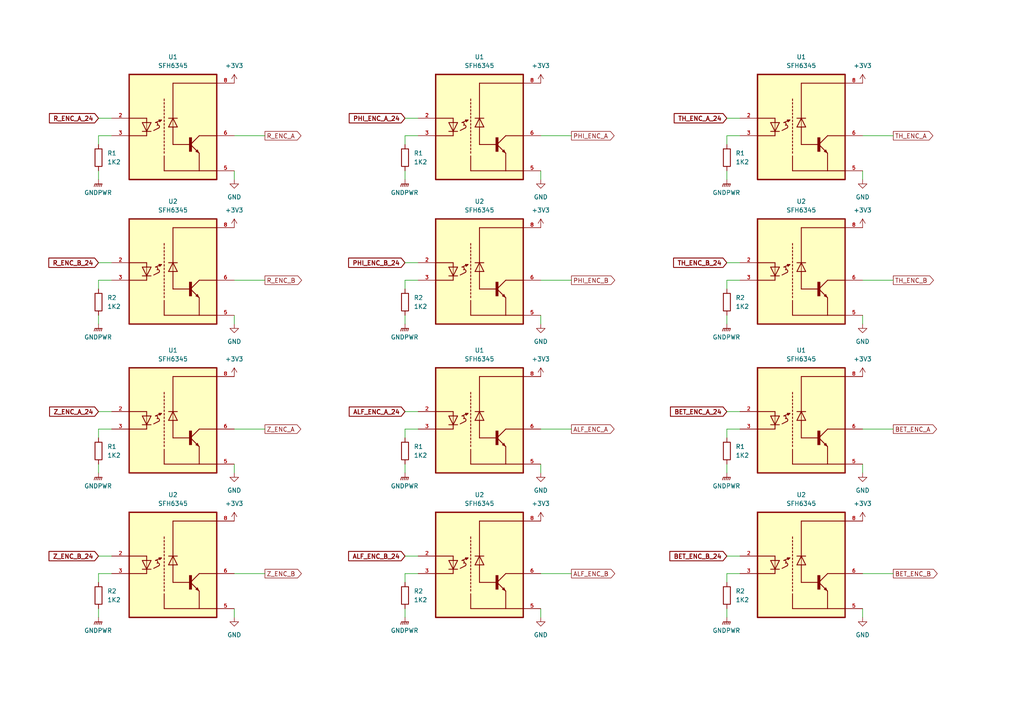
<source format=kicad_sch>
(kicad_sch (version 20230121) (generator eeschema)
  (paper "A4")
  (title_block (title "Karcsi (INDACT Robot Arm) - Encoder optocouplers") (date "2023-10-07") (rev "1.1") (company "LEGO Kör (legokor.hu)") (comment 1 "Design by Andi Serban & Máté Kovács"))
  (lib_symbols
    (symbol "Device:R" (pin_numbers hide) (pin_names (offset 0))
      (property "Reference" "R" (at 2.032 0 90))
      (property "Value" "R" (at 0 0 90))
      (symbol "R_0_1"
        (rectangle (start -1.016 -2.54) (end 1.016 2.54) (stroke (width 0.254)))
      )
      (symbol "R_1_1"
        (pin passive line (at 0 3.81 270) (length 1.27) (name "~") (number "1"))
        (pin passive line (at 0 -3.81 90) (length 1.27) (name "~") (number "2"))
      )
    )
    (symbol "SFH6345:SFH6345" (pin_names (offset 1.016))
      (property "Reference" "U" (at -5.0864 15.7678 0))
      (property "Value" "SFH6345" (at -5.0899 -17.8145 0))
      (symbol "SFH6345_0_0"
        (rectangle (start -12.7 -15.24) (end 12.7 15.24) (stroke (width 0.4064)) (fill (type background)))
        (arc (start -4.572 0.508) (mid -4.4896 1.1133) (end -5.08 1.27) (stroke (width 0.254)))
        (arc (start -4.064 -0.254) (mid -3.9816 0.3513) (end -4.572 0.508) (stroke (width 0.254)))
        (arc (start -3.81 1.778) (mid -4.4239 1.563) (end -5.08 1.27) (stroke (width 0.254)))
        (polyline (pts (xy -7.62 -2.54) (xy -12.7 -2.54)) (stroke (width 0.254)))
        (polyline (pts (xy -7.62 -1.27) (xy -8.89 -1.27)) (stroke (width 0.254)))
        (polyline (pts (xy -7.62 -1.27) (xy -8.89 1.27)) (stroke (width 0.254)))
        (polyline (pts (xy -7.62 -1.27) (xy -7.62 -2.54)) (stroke (width 0.254)))
        (polyline (pts (xy -7.62 1.27) (xy -8.89 1.27)) (stroke (width 0.254)))
        (polyline (pts (xy -7.62 1.27) (xy -7.62 -1.27)) (stroke (width 0.1524)))
        (polyline (pts (xy -7.62 1.27) (xy -7.62 2.54)) (stroke (width 0.254)))
        (polyline (pts (xy -7.62 2.54) (xy -12.7 2.54)) (stroke (width 0.254)))
        (polyline (pts (xy -6.35 -1.27) (xy -7.62 -1.27)) (stroke (width 0.254)))
        (polyline (pts (xy -6.35 1.27) (xy -7.62 -1.27)) (stroke (width 0.254)))
        (polyline (pts (xy -6.35 1.27) (xy -7.62 1.27)) (stroke (width 0.254)))
        (polyline (pts (xy -5.588 -1.016) (xy -4.064 -0.254)) (stroke (width 0.254)))
        (polyline (pts (xy -4.064 2.032) (xy -3.81 1.524)) (stroke (width 0.254)))
        (polyline (pts (xy -3.81 1.524) (xy -3.556 1.778)) (stroke (width 0.254)))
        (polyline (pts (xy -3.81 1.778) (xy -3.556 1.778)) (stroke (width 0.254)))
        (polyline (pts (xy -3.556 1.778) (xy -3.302 2.032)) (stroke (width 0.254)))
        (polyline (pts (xy -3.302 2.032) (xy -4.064 2.032)) (stroke (width 0.254)))
        (polyline (pts (xy -2.54 -12.7) (xy -2.54 -8.382)) (stroke (width 0.254)))
        (polyline (pts (xy -2.54 -7.62) (xy -2.54 -7.112)) (stroke (width 0.254)))
        (polyline (pts (xy -2.54 -6.604) (xy -2.54 -6.096)) (stroke (width 0.254)))
        (polyline (pts (xy -2.54 -5.588) (xy -2.54 -5.08)) (stroke (width 0.254)))
        (polyline (pts (xy -2.54 -4.572) (xy -2.54 -4.064)) (stroke (width 0.254)))
        (polyline (pts (xy -2.54 -3.556) (xy -2.54 -3.048)) (stroke (width 0.254)))
        (polyline (pts (xy -2.54 -2.54) (xy -2.54 -2.032)) (stroke (width 0.254)))
        (polyline (pts (xy -2.54 -1.524) (xy -2.54 -1.016)) (stroke (width 0.254)))
        (polyline (pts (xy -2.54 -0.508) (xy -2.54 0)) (stroke (width 0.254)))
        (polyline (pts (xy -2.54 0.508) (xy -2.54 1.016)) (stroke (width 0.254)))
        (polyline (pts (xy -2.54 1.524) (xy -2.54 2.032)) (stroke (width 0.254)))
        (polyline (pts (xy -2.54 2.54) (xy -2.54 3.048)) (stroke (width 0.254)))
        (polyline (pts (xy -2.54 3.556) (xy -2.54 4.064)) (stroke (width 0.254)))
        (polyline (pts (xy -2.54 4.572) (xy -2.54 5.08)) (stroke (width 0.254)))
        (polyline (pts (xy -2.54 5.588) (xy -2.54 6.096)) (stroke (width 0.254)))
        (polyline (pts (xy -2.54 6.604) (xy -2.54 7.112)) (stroke (width 0.254)))
        (polyline (pts (xy -2.54 7.62) (xy -2.54 8.128)) (stroke (width 0.254)))
        (polyline (pts (xy -1.27 0) (xy 0 0)) (stroke (width 0.254)))
        (polyline (pts (xy -1.27 0) (xy 0 2.54)) (stroke (width 0.254)))
        (polyline (pts (xy -1.27 2.54) (xy 0 2.54)) (stroke (width 0.254)))
        (polyline (pts (xy 0 -5.08) (xy 5.08 -5.08)) (stroke (width 0.254)))
        (polyline (pts (xy 0 0) (xy 0 -5.08)) (stroke (width 0.254)))
        (polyline (pts (xy 0 0) (xy 0 2.54)) (stroke (width 0.1524)))
        (polyline (pts (xy 0 0) (xy 1.27 0)) (stroke (width 0.254)))
        (polyline (pts (xy 0 2.54) (xy 0 12.7)) (stroke (width 0.254)))
        (polyline (pts (xy 0 2.54) (xy 1.27 0)) (stroke (width 0.254)))
        (polyline (pts (xy 0 2.54) (xy 1.27 2.54)) (stroke (width 0.254)))
        (polyline (pts (xy 0 12.7) (xy 12.7 12.7)) (stroke (width 0.254)))
        (polyline (pts (xy 5.08 -5.08) (xy 7.62 -7.62)) (stroke (width 0.254)))
        (polyline (pts (xy 7.62 -12.7) (xy -2.54 -12.7)) (stroke (width 0.254)))
        (polyline (pts (xy 7.62 -12.7) (xy 12.7 -12.7)) (stroke (width 0.254)))
        (polyline (pts (xy 7.62 -7.62) (xy 7.62 -12.7)) (stroke (width 0.254)))
        (polyline (pts (xy 7.62 -2.54) (xy 5.08 -5.08)) (stroke (width 0.254)))
        (polyline (pts (xy 7.62 -2.54) (xy 12.7 -2.54)) (stroke (width 0.254)))
        (polyline (pts (xy 7.493 -7.493) (xy 7.112 -6.604) (xy 6.604 -7.112) (xy 7.493 -7.493)) (stroke (width 0.1524)) (fill (type outline)))
        (rectangle (start 4.7075 -7.1248) (end 5.461 -3.048) (stroke (width 0.1)) (fill (type outline)))
        (pin passive line (at -17.78 2.54 0) (length 5.08) (name "~") (number "2"))
        (pin passive line (at -17.78 -2.54 0) (length 5.08) (name "~") (number "3"))
        (pin passive line (at 17.78 -12.7 180) (length 5.08) (name "~") (number "5"))
        (pin passive line (at 17.78 -2.54 180) (length 5.08) (name "~") (number "6"))
        (pin power_in line (at 17.78 12.7 180) (length 5.08) (name "~") (number "8"))
      )
    )
    (symbol "power:+3V3" (power) (pin_names (offset 0))
      (property "Value" "+3V3" (at 0 3.556 0))
      (symbol "+3V3_0_1"
        (polyline (pts (xy -0.762 1.27) (xy 0 2.54)))
        (polyline (pts (xy 0 0) (xy 0 2.54)))
        (polyline (pts (xy 0 2.54) (xy 0.762 1.27)))
      )
      (symbol "+3V3_1_1"
        (pin power_in line (at 0 0 90) (length 0) hide (name "+3V3") (number "1"))
      )
    )
    (symbol "power:GND" (power) (pin_names (offset 0))
      (property "Value" "GND" (at 0 -3.81 0))
      (symbol "GND_0_1"
        (polyline (pts (xy 0 0) (xy 0 -1.27) (xy 1.27 -1.27) (xy 0 -2.54) (xy -1.27 -1.27) (xy 0 -1.27)))
      )
      (symbol "GND_1_1"
        (pin power_in line (at 0 0 270) (length 0) hide (name "GND") (number "1"))
      )
    )
    (symbol "power:GNDPWR" (power) (pin_names (offset 0))
      (property "Value" "GNDPWR" (at 0 -3.302 0))
      (symbol "GNDPWR_0_1"
        (polyline (pts (xy 0 -1.27) (xy 0 0)))
        (polyline (pts (xy -1.016 -1.27) (xy -1.27 -2.032) (xy -1.27 -2.032)) (stroke (width 0.2032)))
        (polyline (pts (xy -0.508 -1.27) (xy -0.762 -2.032) (xy -0.762 -2.032)) (stroke (width 0.2032)))
        (polyline (pts (xy 0 -1.27) (xy -0.254 -2.032) (xy -0.254 -2.032)) (stroke (width 0.2032)))
        (polyline (pts (xy 0.508 -1.27) (xy 0.254 -2.032) (xy 0.254 -2.032)) (stroke (width 0.2032)))
        (polyline (pts (xy 1.016 -1.27) (xy -1.016 -1.27) (xy -1.016 -1.27)) (stroke (width 0.2032)))
        (polyline (pts (xy 1.016 -1.27) (xy 0.762 -2.032) (xy 0.762 -2.032) (xy 0.762 -2.032)) (stroke (width 0.2032)))
      )
      (symbol "GNDPWR_1_1"
        (pin power_in line (at 0 0 270) (length 0) hide (name "GNDPWR") (number "1"))
      )
    )
  )
  (wire (pts (xy 214.63 81.28) (xy 210.82 81.28)))
  (wire (pts (xy 210.82 161.29) (xy 214.63 161.29)))
  (wire (pts (xy 156.845 81.28) (xy 165.735 81.28)))
  (wire (pts (xy 210.82 166.37) (xy 210.82 168.91)))
  (wire (pts (xy 210.82 81.28) (xy 210.82 83.82)))
  (wire (pts (xy 214.63 124.46) (xy 210.82 124.46)))
  (wire (pts (xy 28.575 91.44) (xy 28.575 93.98)))
  (wire (pts (xy 117.475 39.37) (xy 117.475 41.91)))
  (wire (pts (xy 67.945 91.44) (xy 67.945 93.98)))
  (wire (pts (xy 121.285 166.37) (xy 117.475 166.37)))
  (wire (pts (xy 117.475 119.38) (xy 121.285 119.38)))
  (wire (pts (xy 214.63 39.37) (xy 210.82 39.37)))
  (wire (pts (xy 210.82 176.53) (xy 210.82 179.07)))
  (wire (pts (xy 117.475 161.29) (xy 121.285 161.29)))
  (wire (pts (xy 250.19 81.28) (xy 259.08 81.28)))
  (wire (pts (xy 210.82 134.62) (xy 210.82 137.16)))
  (wire (pts (xy 210.82 39.37) (xy 210.82 41.91)))
  (wire (pts (xy 250.19 166.37) (xy 259.08 166.37)))
  (wire (pts (xy 32.385 166.37) (xy 28.575 166.37)))
  (wire (pts (xy 28.575 176.53) (xy 28.575 179.07)))
  (wire (pts (xy 250.19 176.53) (xy 250.19 179.07)))
  (wire (pts (xy 67.945 49.53) (xy 67.945 52.07)))
  (wire (pts (xy 28.575 119.38) (xy 32.385 119.38)))
  (wire (pts (xy 117.475 49.53) (xy 117.475 52.07)))
  (wire (pts (xy 117.475 176.53) (xy 117.475 179.07)))
  (wire (pts (xy 117.475 91.44) (xy 117.475 93.98)))
  (wire (pts (xy 117.475 134.62) (xy 117.475 137.16)))
  (wire (pts (xy 156.845 39.37) (xy 165.735 39.37)))
  (wire (pts (xy 121.285 39.37) (xy 117.475 39.37)))
  (wire (pts (xy 28.575 134.62) (xy 28.575 137.16)))
  (wire (pts (xy 28.575 81.28) (xy 28.575 83.82)))
  (wire (pts (xy 117.475 34.29) (xy 121.285 34.29)))
  (wire (pts (xy 210.82 76.2) (xy 214.63 76.2)))
  (wire (pts (xy 32.385 81.28) (xy 28.575 81.28)))
  (wire (pts (xy 117.475 76.2) (xy 121.285 76.2)))
  (wire (pts (xy 210.82 124.46) (xy 210.82 127)))
  (wire (pts (xy 67.945 176.53) (xy 67.945 179.07)))
  (wire (pts (xy 210.82 119.38) (xy 214.63 119.38)))
  (wire (pts (xy 67.945 124.46) (xy 76.835 124.46)))
  (wire (pts (xy 156.845 176.53) (xy 156.845 179.07)))
  (wire (pts (xy 156.845 91.44) (xy 156.845 93.98)))
  (wire (pts (xy 117.475 81.28) (xy 117.475 83.82)))
  (wire (pts (xy 67.945 134.62) (xy 67.945 137.16)))
  (wire (pts (xy 156.845 134.62) (xy 156.845 137.16)))
  (wire (pts (xy 250.19 39.37) (xy 259.08 39.37)))
  (wire (pts (xy 28.575 161.29) (xy 32.385 161.29)))
  (wire (pts (xy 250.19 134.62) (xy 250.19 137.16)))
  (wire (pts (xy 28.575 39.37) (xy 28.575 41.91)))
  (wire (pts (xy 32.385 124.46) (xy 28.575 124.46)))
  (wire (pts (xy 67.945 81.28) (xy 76.835 81.28)))
  (wire (pts (xy 28.575 166.37) (xy 28.575 168.91)))
  (wire (pts (xy 156.845 49.53) (xy 156.845 52.07)))
  (wire (pts (xy 28.575 34.29) (xy 32.385 34.29)))
  (wire (pts (xy 121.285 81.28) (xy 117.475 81.28)))
  (wire (pts (xy 28.575 49.53) (xy 28.575 52.07)))
  (wire (pts (xy 210.82 49.53) (xy 210.82 52.07)))
  (wire (pts (xy 250.19 124.46) (xy 259.08 124.46)))
  (wire (pts (xy 250.19 49.53) (xy 250.19 52.07)))
  (wire (pts (xy 210.82 91.44) (xy 210.82 93.98)))
  (wire (pts (xy 210.82 34.29) (xy 214.63 34.29)))
  (wire (pts (xy 250.19 91.44) (xy 250.19 93.98)))
  (wire (pts (xy 121.285 124.46) (xy 117.475 124.46)))
  (wire (pts (xy 32.385 39.37) (xy 28.575 39.37)))
  (wire (pts (xy 214.63 166.37) (xy 210.82 166.37)))
  (wire (pts (xy 156.845 166.37) (xy 165.735 166.37)))
  (wire (pts (xy 117.475 166.37) (xy 117.475 168.91)))
  (wire (pts (xy 67.945 166.37) (xy 76.835 166.37)))
  (wire (pts (xy 28.575 76.2) (xy 32.385 76.2)))
  (wire (pts (xy 156.845 124.46) (xy 165.735 124.46)))
  (wire (pts (xy 28.575 124.46) (xy 28.575 127)))
  (wire (pts (xy 67.945 39.37) (xy 76.835 39.37)))
  (wire (pts (xy 117.475 124.46) (xy 117.475 127)))
  (global_label "Z_ENC_B" (shape output) (at 76.835 166.37 0) (property "Intersheetrefs" "${INTERSHEET_REFS}" (at 87.9844 166.37 0) (effects (justify left))))
  (global_label "Z_ENC_A" (shape output) (at 76.835 124.46 0) (property "Intersheetrefs" "${INTERSHEET_REFS}" (at 87.803 124.46 0) (effects (justify left))))
  (global_label "TH_ENC_B" (shape output) (at 259.08 81.28 0) (property "Intersheetrefs" "${INTERSHEET_REFS}" (at 271.318 81.28 0) (effects (justify left))))
  (global_label "R_ENC_B" (shape output) (at 76.835 81.28 0) (property "Intersheetrefs" "${INTERSHEET_REFS}" (at 88.0449 81.28 0) (effects (justify left))))
  (global_label "ALF_ENC_B_24" (shape input) (at 117.475 161.29 180) (effects (font bold)) (property "Intersheetrefs" "${INTERSHEET_REFS}" (at 100.4672 161.29 0) (effects (justify right))))
  (global_label "BET_ENC_B" (shape output) (at 259.08 166.37 0) (property "Intersheetrefs" "${INTERSHEET_REFS}" (at 272.4065 166.37 0) (effects (justify left))))
  (global_label "PHI_ENC_A" (shape output) (at 165.735 39.37 0) (property "Intersheetrefs" "${INTERSHEET_REFS}" (at 177.165 39.37 0) (effects (justify left))))
  (global_label "PHI_ENC_A_24" (shape input) (at 117.475 34.29 180) (effects (font bold)) (property "Intersheetrefs" "${INTERSHEET_REFS}" (at 100.6486 34.29 0) (effects (justify right))))
  (global_label "BET_ENC_A_24" (shape input) (at 210.82 119.38 180) (effects (font bold)) (property "Intersheetrefs" "${INTERSHEET_REFS}" (at 193.8123 119.38 0) (effects (justify right))))
  (global_label "BET_ENC_A" (shape output) (at 259.08 124.46 0) (property "Intersheetrefs" "${INTERSHEET_REFS}" (at 270.51 124.46 0) (effects (justify left))))
  (global_label "ALF_ENC_B" (shape output) (at 165.735 166.37 0) (property "Intersheetrefs" "${INTERSHEET_REFS}" (at 178.8802 166.37 0) (effects (justify left))))
  (global_label "Z_ENC_B_24" (shape input) (at 28.575 161.29 180) (effects (font bold)) (property "Intersheetrefs" "${INTERSHEET_REFS}" (at 13.563 161.29 0) (effects (justify right))))
  (global_label "ALF_ENC_A" (shape output) (at 165.735 124.46 0) (property "Intersheetrefs" "${INTERSHEET_REFS}" (at 177.165 124.46 0) (effects (justify left))))
  (global_label "R_ENC_A_24" (shape input) (at 28.575 34.29 180) (effects (font bold)) (property "Intersheetrefs" "${INTERSHEET_REFS}" (at 13.6839 34.29 0) (effects (justify right))))
  (global_label "PHI_ENC_B_24" (shape input) (at 117.475 76.2 180) (effects (font bold)) (property "Intersheetrefs" "${INTERSHEET_REFS}" (at 100.4672 76.2 0) (effects (justify right))))
  (global_label "R_ENC_B_24" (shape input) (at 28.575 76.2 180) (effects (font bold)) (property "Intersheetrefs" "${INTERSHEET_REFS}" (at 13.5025 76.2 0) (effects (justify right))))
  (global_label "TH_ENC_B_24" (shape input) (at 210.82 76.2 180) (effects (font bold)) (property "Intersheetrefs" "${INTERSHEET_REFS}" (at 194.7194 76.2 0) (effects (justify right))))
  (global_label "R_ENC_A" (shape output) (at 76.835 39.37 0) (property "Intersheetrefs" "${INTERSHEET_REFS}" (at 87.8635 39.37 0) (effects (justify left))))
  (global_label "Z_ENC_A_24" (shape input) (at 28.575 119.38 180) (effects (font bold)) (property "Intersheetrefs" "${INTERSHEET_REFS}" (at 13.7444 119.38 0) (effects (justify right))))
  (global_label "PHI_ENC_B" (shape output) (at 165.735 81.28 0) (property "Intersheetrefs" "${INTERSHEET_REFS}" (at 178.8802 81.28 0) (effects (justify left))))
  (global_label "TH_ENC_A" (shape output) (at 259.08 39.37 0) (property "Intersheetrefs" "${INTERSHEET_REFS}" (at 271.1366 39.37 0) (effects (justify left))))
  (global_label "ALF_ENC_A_24" (shape input) (at 117.475 119.38 180) (effects (font bold)) (property "Intersheetrefs" "${INTERSHEET_REFS}" (at 100.6486 119.38 0) (effects (justify right))))
  (global_label "TH_ENC_A_24" (shape input) (at 210.82 34.29 180) (effects (font bold)) (property "Intersheetrefs" "${INTERSHEET_REFS}" (at 194.9008 34.29 0) (effects (justify right))))
  (global_label "BET_ENC_B_24" (shape input) (at 210.82 161.29 180) (effects (font bold)) (property "Intersheetrefs" "${INTERSHEET_REFS}" (at 193.6309 161.29 0) (effects (justify right))))
  (symbol (lib_id "SFH6345:SFH6345") (at 139.065 78.74 0) (unit 1)
    (property "Reference" "U2" (at 139.065 58.42 0))
    (property "Value" "SFH6345" (at 139.065 60.96 0))
    (property "Footprint" "SFH6345:DIP762W50P254L977H451Q8" (effects hide))
    (property "MF" "Vishay Semiconductor" (effects hide))
    (property "Description" "\nSFH6345 DC Input Transistor Output Optocoupler, Through Hole, 8-Pin PDIP | Vishay / Small Signal & Opto Products (SSP) SFH6345\n" (effects hide))
    (property "Package" "DIP-8 Fairchild Semiconductor" (effects hide))
    (property "Price" "None" (effects hide))
    (property "Check_prices" "https://www.snapeda.com/parts/SFH6345/Vishay+Semiconductor+Opto+Division/view-part/?ref=eda" (effects hide))
    (property "SnapEDA_Link" "https://www.snapeda.com/parts/SFH6345/Vishay+Semiconductor+Opto+Division/view-part/?ref=snap" (effects hide))
    (property "MP" "SFH6345" (effects hide))
    (property "Purchase-URL" "https://www.snapeda.com/api/url_track_click_mouser/?unipart_id=292918&manufacturer=Vishay Semiconductor&part_name=SFH6345&search_term=None" (effects hide))
    (property "Availability" "In Stock" (effects hide))
    (property "MANUFACTURER" "VISHAY" (effects hide))
    (instances (project "INDACT_baseboard" (path "" (reference "U2") (unit 1)) (path "" (reference "U16") (unit 1))))
  )
  (symbol (lib_id "power:+3V3") (at 156.845 24.13 0) (unit 1)
    (property "Reference" "#PWR015" (effects hide))
    (property "Value" "+3V3" (at 156.845 19.05 0))
    (instances (project "INDACT_baseboard" (path "" (reference "#PWR015") (unit 1)) (path "" (reference "#PWR0107") (unit 1))))
  )
  (symbol (lib_id "power:+3V3") (at 67.945 151.13 0) (unit 1)
    (property "Reference" "#PWR016" (effects hide))
    (property "Value" "+3V3" (at 67.945 146.05 0))
    (instances (project "INDACT_baseboard" (path "" (reference "#PWR016") (unit 1)) (path "" (reference "#PWR0101") (unit 1))))
  )
  (symbol (lib_id "power:+3V3") (at 67.945 24.13 0) (unit 1)
    (property "Reference" "#PWR015" (effects hide))
    (property "Value" "+3V3" (at 67.945 19.05 0))
    (instances (project "INDACT_baseboard" (path "" (reference "#PWR015") (unit 1)) (path "" (reference "#PWR095") (unit 1))))
  )
  (symbol (lib_id "power:GND") (at 67.945 52.07 0) (unit 1)
    (property "Reference" "#PWR032" (effects hide))
    (property "Value" "GND" (at 67.945 57.15 0))
    (instances (project "INDACT_baseboard" (path "" (reference "#PWR032") (unit 1)) (path "" (reference "#PWR096") (unit 1))))
  )
  (symbol (lib_id "power:GNDPWR") (at 210.82 52.07 0) (unit 1)
    (property "Reference" "#PWR011" (effects hide))
    (property "Value" "GNDPWR" (at 210.693 55.88 0))
    (instances (project "INDACT_baseboard" (path "" (reference "#PWR011") (unit 1)) (path "" (reference "#PWR0113") (unit 1))))
  )
  (symbol (lib_id "power:+3V3") (at 250.19 109.22 0) (unit 1)
    (property "Reference" "#PWR015" (effects hide))
    (property "Value" "+3V3" (at 250.19 104.14 0))
    (instances (project "INDACT_baseboard" (path "" (reference "#PWR015") (unit 1)) (path "" (reference "#PWR0103") (unit 1))))
  )
  (symbol (lib_id "Device:R") (at 210.82 45.72 0) (unit 1)
    (property "Reference" "R1" (at 213.36 44.45 0) (effects (justify left)))
    (property "Value" "1K2" (at 213.36 46.99 0) (effects (justify left)))
    (property "Footprint" "Resistor_SMD:R_0805_2012Metric_Pad1.20x1.40mm_HandSolder" (effects hide))
    (instances (project "INDACT_baseboard" (path "" (reference "R1") (unit 1)) (path "" (reference "R26") (unit 1))))
  )
  (symbol (lib_id "SFH6345:SFH6345") (at 232.41 121.92 0) (unit 1)
    (property "Reference" "U1" (at 232.41 101.6 0))
    (property "Value" "SFH6345" (at 232.41 104.14 0))
    (property "Footprint" "SFH6345:DIP762W50P254L977H451Q8" (effects hide))
    (property "MF" "Vishay Semiconductor" (effects hide))
    (property "Description" "\nSFH6345 DC Input Transistor Output Optocoupler, Through Hole, 8-Pin PDIP | Vishay / Small Signal & Opto Products (SSP) SFH6345\n" (effects hide))
    (property "Package" "DIP-8 Fairchild Semiconductor" (effects hide))
    (property "Price" "None" (effects hide))
    (property "Check_prices" "https://www.snapeda.com/parts/SFH6345/Vishay+Semiconductor+Opto+Division/view-part/?ref=eda" (effects hide))
    (property "SnapEDA_Link" "https://www.snapeda.com/parts/SFH6345/Vishay+Semiconductor+Opto+Division/view-part/?ref=snap" (effects hide))
    (property "MP" "SFH6345" (effects hide))
    (property "Purchase-URL" "https://www.snapeda.com/api/url_track_click_mouser/?unipart_id=292918&manufacturer=Vishay Semiconductor&part_name=SFH6345&search_term=None" (effects hide))
    (property "Availability" "In Stock" (effects hide))
    (property "MANUFACTURER" "VISHAY" (effects hide))
    (instances (project "INDACT_baseboard" (path "" (reference "U1") (unit 1)) (path "" (reference "U28") (unit 1))))
  )
  (symbol (lib_id "power:+3V3") (at 250.19 151.13 0) (unit 1)
    (property "Reference" "#PWR016" (effects hide))
    (property "Value" "+3V3" (at 250.19 146.05 0))
    (instances (project "INDACT_baseboard" (path "" (reference "#PWR016") (unit 1)) (path "" (reference "#PWR0111") (unit 1))))
  )
  (symbol (lib_id "SFH6345:SFH6345") (at 139.065 36.83 0) (unit 1)
    (property "Reference" "U1" (at 139.065 16.51 0))
    (property "Value" "SFH6345" (at 139.065 19.05 0))
    (property "Footprint" "SFH6345:DIP762W50P254L977H451Q8" (effects hide))
    (property "MF" "Vishay Semiconductor" (effects hide))
    (property "Description" "\nSFH6345 DC Input Transistor Output Optocoupler, Through Hole, 8-Pin PDIP | Vishay / Small Signal & Opto Products (SSP) SFH6345\n" (effects hide))
    (property "Package" "DIP-8 Fairchild Semiconductor" (effects hide))
    (property "Price" "None" (effects hide))
    (property "Check_prices" "https://www.snapeda.com/parts/SFH6345/Vishay+Semiconductor+Opto+Division/view-part/?ref=eda" (effects hide))
    (property "SnapEDA_Link" "https://www.snapeda.com/parts/SFH6345/Vishay+Semiconductor+Opto+Division/view-part/?ref=snap" (effects hide))
    (property "MP" "SFH6345" (effects hide))
    (property "Purchase-URL" "https://www.snapeda.com/api/url_track_click_mouser/?unipart_id=292918&manufacturer=Vishay Semiconductor&part_name=SFH6345&search_term=None" (effects hide))
    (property "Availability" "In Stock" (effects hide))
    (property "MANUFACTURER" "VISHAY" (effects hide))
    (instances (project "INDACT_baseboard" (path "" (reference "U1") (unit 1)) (path "" (reference "U15") (unit 1))))
  )
  (symbol (lib_id "SFH6345:SFH6345") (at 232.41 36.83 0) (unit 1)
    (property "Reference" "U1" (at 232.41 16.51 0))
    (property "Value" "SFH6345" (at 232.41 19.05 0))
    (property "Footprint" "SFH6345:DIP762W50P254L977H451Q8" (effects hide))
    (property "MF" "Vishay Semiconductor" (effects hide))
    (property "Description" "\nSFH6345 DC Input Transistor Output Optocoupler, Through Hole, 8-Pin PDIP | Vishay / Small Signal & Opto Products (SSP) SFH6345\n" (effects hide))
    (property "Package" "DIP-8 Fairchild Semiconductor" (effects hide))
    (property "Price" "None" (effects hide))
    (property "Check_prices" "https://www.snapeda.com/parts/SFH6345/Vishay+Semiconductor+Opto+Division/view-part/?ref=eda" (effects hide))
    (property "SnapEDA_Link" "https://www.snapeda.com/parts/SFH6345/Vishay+Semiconductor+Opto+Division/view-part/?ref=snap" (effects hide))
    (property "MP" "SFH6345" (effects hide))
    (property "Purchase-URL" "https://www.snapeda.com/api/url_track_click_mouser/?unipart_id=292918&manufacturer=Vishay Semiconductor&part_name=SFH6345&search_term=None" (effects hide))
    (property "Availability" "In Stock" (effects hide))
    (property "MANUFACTURER" "VISHAY" (effects hide))
    (instances (project "INDACT_baseboard" (path "" (reference "U1") (unit 1)) (path "" (reference "U17") (unit 1))))
  )
  (symbol (lib_id "power:GND") (at 156.845 93.98 0) (unit 1)
    (property "Reference" "#PWR017" (effects hide))
    (property "Value" "GND" (at 156.845 99.06 0))
    (instances (project "INDACT_baseboard" (path "" (reference "#PWR017") (unit 1)) (path "" (reference "#PWR0110") (unit 1))))
  )
  (symbol (lib_id "power:GNDPWR") (at 210.82 137.16 0) (unit 1)
    (property "Reference" "#PWR011" (effects hide))
    (property "Value" "GNDPWR" (at 210.693 140.97 0))
    (instances (project "INDACT_baseboard" (path "" (reference "#PWR011") (unit 1)) (path "" (reference "#PWR089") (unit 1))))
  )
  (symbol (lib_id "power:+3V3") (at 250.19 66.04 0) (unit 1)
    (property "Reference" "#PWR016" (effects hide))
    (property "Value" "+3V3" (at 250.19 60.96 0))
    (instances (project "INDACT_baseboard" (path "" (reference "#PWR016") (unit 1)) (path "" (reference "#PWR0117") (unit 1))))
  )
  (symbol (lib_id "SFH6345:SFH6345") (at 50.165 121.92 0) (unit 1)
    (property "Reference" "U1" (at 50.165 101.6 0))
    (property "Value" "SFH6345" (at 50.165 104.14 0))
    (property "Footprint" "SFH6345:DIP762W50P254L977H451Q8" (effects hide))
    (property "MF" "Vishay Semiconductor" (effects hide))
    (property "Description" "\nSFH6345 DC Input Transistor Output Optocoupler, Through Hole, 8-Pin PDIP | Vishay / Small Signal & Opto Products (SSP) SFH6345\n" (effects hide))
    (property "Package" "DIP-8 Fairchild Semiconductor" (effects hide))
    (property "Price" "None" (effects hide))
    (property "Check_prices" "https://www.snapeda.com/parts/SFH6345/Vishay+Semiconductor+Opto+Division/view-part/?ref=eda" (effects hide))
    (property "SnapEDA_Link" "https://www.snapeda.com/parts/SFH6345/Vishay+Semiconductor+Opto+Division/view-part/?ref=snap" (effects hide))
    (property "MP" "SFH6345" (effects hide))
    (property "Purchase-URL" "https://www.snapeda.com/api/url_track_click_mouser/?unipart_id=292918&manufacturer=Vishay Semiconductor&part_name=SFH6345&search_term=None" (effects hide))
    (property "Availability" "In Stock" (effects hide))
    (property "MANUFACTURER" "VISHAY" (effects hide))
    (instances (project "INDACT_baseboard" (path "" (reference "U1") (unit 1)) (path "" (reference "U13") (unit 1))))
  )
  (symbol (lib_id "Device:R") (at 28.575 87.63 0) (unit 1)
    (property "Reference" "R2" (at 31.115 86.36 0) (effects (justify left)))
    (property "Value" "1K2" (at 31.115 88.9 0) (effects (justify left)))
    (property "Footprint" "Resistor_SMD:R_0805_2012Metric_Pad1.20x1.40mm_HandSolder" (effects hide))
    (instances (project "INDACT_baseboard" (path "" (reference "R2") (unit 1)) (path "" (reference "R21") (unit 1))))
  )
  (symbol (lib_id "power:GND") (at 67.945 93.98 0) (unit 1)
    (property "Reference" "#PWR017" (effects hide))
    (property "Value" "GND" (at 67.945 99.06 0))
    (instances (project "INDACT_baseboard" (path "" (reference "#PWR017") (unit 1)) (path "" (reference "#PWR098") (unit 1))))
  )
  (symbol (lib_id "Device:R") (at 117.475 87.63 0) (unit 1)
    (property "Reference" "R2" (at 120.015 86.36 0) (effects (justify left)))
    (property "Value" "1K2" (at 120.015 88.9 0) (effects (justify left)))
    (property "Footprint" "Resistor_SMD:R_0805_2012Metric_Pad1.20x1.40mm_HandSolder" (effects hide))
    (instances (project "INDACT_baseboard" (path "" (reference "R2") (unit 1)) (path "" (reference "R25") (unit 1))))
  )
  (symbol (lib_id "power:GND") (at 67.945 179.07 0) (unit 1)
    (property "Reference" "#PWR017" (effects hide))
    (property "Value" "GND" (at 67.945 184.15 0))
    (instances (project "INDACT_baseboard" (path "" (reference "#PWR017") (unit 1)) (path "" (reference "#PWR0102") (unit 1))))
  )
  (symbol (lib_id "Device:R") (at 210.82 87.63 0) (unit 1)
    (property "Reference" "R2" (at 213.36 86.36 0) (effects (justify left)))
    (property "Value" "1K2" (at 213.36 88.9 0) (effects (justify left)))
    (property "Footprint" "Resistor_SMD:R_0805_2012Metric_Pad1.20x1.40mm_HandSolder" (effects hide))
    (instances (project "INDACT_baseboard" (path "" (reference "R2") (unit 1)) (path "" (reference "R27") (unit 1))))
  )
  (symbol (lib_id "power:+3V3") (at 250.19 24.13 0) (unit 1)
    (property "Reference" "#PWR015" (effects hide))
    (property "Value" "+3V3" (at 250.19 19.05 0))
    (instances (project "INDACT_baseboard" (path "" (reference "#PWR015") (unit 1)) (path "" (reference "#PWR0115") (unit 1))))
  )
  (symbol (lib_id "power:GND") (at 67.945 137.16 0) (unit 1)
    (property "Reference" "#PWR032" (effects hide))
    (property "Value" "GND" (at 67.945 142.24 0))
    (instances (project "INDACT_baseboard" (path "" (reference "#PWR032") (unit 1)) (path "" (reference "#PWR0100") (unit 1))))
  )
  (symbol (lib_id "SFH6345:SFH6345") (at 139.065 121.92 0) (unit 1)
    (property "Reference" "U1" (at 139.065 101.6 0))
    (property "Value" "SFH6345" (at 139.065 104.14 0))
    (property "Footprint" "SFH6345:DIP762W50P254L977H451Q8" (effects hide))
    (property "MF" "Vishay Semiconductor" (effects hide))
    (property "Description" "\nSFH6345 DC Input Transistor Output Optocoupler, Through Hole, 8-Pin PDIP | Vishay / Small Signal & Opto Products (SSP) SFH6345\n" (effects hide))
    (property "Package" "DIP-8 Fairchild Semiconductor" (effects hide))
    (property "Price" "None" (effects hide))
    (property "Check_prices" "https://www.snapeda.com/parts/SFH6345/Vishay+Semiconductor+Opto+Division/view-part/?ref=eda" (effects hide))
    (property "SnapEDA_Link" "https://www.snapeda.com/parts/SFH6345/Vishay+Semiconductor+Opto+Division/view-part/?ref=snap" (effects hide))
    (property "MP" "SFH6345" (effects hide))
    (property "Purchase-URL" "https://www.snapeda.com/api/url_track_click_mouser/?unipart_id=292918&manufacturer=Vishay Semiconductor&part_name=SFH6345&search_term=None" (effects hide))
    (property "Availability" "In Stock" (effects hide))
    (property "MANUFACTURER" "VISHAY" (effects hide))
    (instances (project "INDACT_baseboard" (path "" (reference "U1") (unit 1)) (path "" (reference "U26") (unit 1))))
  )
  (symbol (lib_id "power:GNDPWR") (at 28.575 52.07 0) (unit 1)
    (property "Reference" "#PWR011" (effects hide))
    (property "Value" "GNDPWR" (at 28.448 55.88 0))
    (instances (project "INDACT_baseboard" (path "" (reference "#PWR011") (unit 1)) (path "" (reference "#PWR091") (unit 1))))
  )
  (symbol (lib_id "power:GNDPWR") (at 28.575 137.16 0) (unit 1)
    (property "Reference" "#PWR011" (effects hide))
    (property "Value" "GNDPWR" (at 28.448 140.97 0))
    (instances (project "INDACT_baseboard" (path "" (reference "#PWR011") (unit 1)) (path "" (reference "#PWR093") (unit 1))))
  )
  (symbol (lib_id "Device:R") (at 210.82 172.72 0) (unit 1)
    (property "Reference" "R2" (at 213.36 171.45 0) (effects (justify left)))
    (property "Value" "1K2" (at 213.36 173.99 0) (effects (justify left)))
    (property "Footprint" "Resistor_SMD:R_0805_2012Metric_Pad1.20x1.40mm_HandSolder" (effects hide))
    (instances (project "INDACT_baseboard" (path "" (reference "R2") (unit 1)) (path "" (reference "R39") (unit 1))))
  )
  (symbol (lib_id "Device:R") (at 210.82 130.81 0) (unit 1)
    (property "Reference" "R1" (at 213.36 129.54 0) (effects (justify left)))
    (property "Value" "1K2" (at 213.36 132.08 0) (effects (justify left)))
    (property "Footprint" "Resistor_SMD:R_0805_2012Metric_Pad1.20x1.40mm_HandSolder" (effects hide))
    (instances (project "INDACT_baseboard" (path "" (reference "R1") (unit 1)) (path "" (reference "R38") (unit 1))))
  )
  (symbol (lib_id "power:GNDPWR") (at 28.575 93.98 0) (unit 1)
    (property "Reference" "#PWR012" (effects hide))
    (property "Value" "GNDPWR" (at 28.448 97.79 0))
    (instances (project "INDACT_baseboard" (path "" (reference "#PWR012") (unit 1)) (path "" (reference "#PWR092") (unit 1))))
  )
  (symbol (lib_id "power:GNDPWR") (at 210.82 179.07 0) (unit 1)
    (property "Reference" "#PWR012" (effects hide))
    (property "Value" "GNDPWR" (at 210.693 182.88 0))
    (instances (project "INDACT_baseboard" (path "" (reference "#PWR012") (unit 1)) (path "" (reference "#PWR090") (unit 1))))
  )
  (symbol (lib_id "power:GNDPWR") (at 117.475 93.98 0) (unit 1)
    (property "Reference" "#PWR012" (effects hide))
    (property "Value" "GNDPWR" (at 117.348 97.79 0))
    (instances (project "INDACT_baseboard" (path "" (reference "#PWR012") (unit 1)) (path "" (reference "#PWR0106") (unit 1))))
  )
  (symbol (lib_id "power:GNDPWR") (at 117.475 137.16 0) (unit 1)
    (property "Reference" "#PWR011" (effects hide))
    (property "Value" "GNDPWR" (at 117.348 140.97 0))
    (instances (project "INDACT_baseboard" (path "" (reference "#PWR011") (unit 1)) (path "" (reference "#PWR061") (unit 1))))
  )
  (symbol (lib_id "power:+3V3") (at 67.945 66.04 0) (unit 1)
    (property "Reference" "#PWR016" (effects hide))
    (property "Value" "+3V3" (at 67.945 60.96 0))
    (instances (project "INDACT_baseboard" (path "" (reference "#PWR016") (unit 1)) (path "" (reference "#PWR097") (unit 1))))
  )
  (symbol (lib_id "power:+3V3") (at 156.845 66.04 0) (unit 1)
    (property "Reference" "#PWR016" (effects hide))
    (property "Value" "+3V3" (at 156.845 60.96 0))
    (instances (project "INDACT_baseboard" (path "" (reference "#PWR016") (unit 1)) (path "" (reference "#PWR0109") (unit 1))))
  )
  (symbol (lib_id "SFH6345:SFH6345") (at 50.165 36.83 0) (unit 1)
    (property "Reference" "U1" (at 50.165 16.51 0))
    (property "Value" "SFH6345" (at 50.165 19.05 0))
    (property "Footprint" "SFH6345:DIP762W50P254L977H451Q8" (effects hide))
    (property "MF" "Vishay Semiconductor" (effects hide))
    (property "Description" "\nSFH6345 DC Input Transistor Output Optocoupler, Through Hole, 8-Pin PDIP | Vishay / Small Signal & Opto Products (SSP) SFH6345\n" (effects hide))
    (property "Package" "DIP-8 Fairchild Semiconductor" (effects hide))
    (property "Price" "None" (effects hide))
    (property "Check_prices" "https://www.snapeda.com/parts/SFH6345/Vishay+Semiconductor+Opto+Division/view-part/?ref=eda" (effects hide))
    (property "SnapEDA_Link" "https://www.snapeda.com/parts/SFH6345/Vishay+Semiconductor+Opto+Division/view-part/?ref=snap" (effects hide))
    (property "MP" "SFH6345" (effects hide))
    (property "Purchase-URL" "https://www.snapeda.com/api/url_track_click_mouser/?unipart_id=292918&manufacturer=Vishay Semiconductor&part_name=SFH6345&search_term=None" (effects hide))
    (property "Availability" "In Stock" (effects hide))
    (property "MANUFACTURER" "VISHAY" (effects hide))
    (instances (project "INDACT_baseboard" (path "" (reference "U1") (unit 1)) (path "" (reference "U11") (unit 1))))
  )
  (symbol (lib_id "SFH6345:SFH6345") (at 50.165 78.74 0) (unit 1)
    (property "Reference" "U2" (at 50.165 58.42 0))
    (property "Value" "SFH6345" (at 50.165 60.96 0))
    (property "Footprint" "SFH6345:DIP762W50P254L977H451Q8" (effects hide))
    (property "MF" "Vishay Semiconductor" (effects hide))
    (property "Description" "\nSFH6345 DC Input Transistor Output Optocoupler, Through Hole, 8-Pin PDIP | Vishay / Small Signal & Opto Products (SSP) SFH6345\n" (effects hide))
    (property "Package" "DIP-8 Fairchild Semiconductor" (effects hide))
    (property "Price" "None" (effects hide))
    (property "Check_prices" "https://www.snapeda.com/parts/SFH6345/Vishay+Semiconductor+Opto+Division/view-part/?ref=eda" (effects hide))
    (property "SnapEDA_Link" "https://www.snapeda.com/parts/SFH6345/Vishay+Semiconductor+Opto+Division/view-part/?ref=snap" (effects hide))
    (property "MP" "SFH6345" (effects hide))
    (property "Purchase-URL" "https://www.snapeda.com/api/url_track_click_mouser/?unipart_id=292918&manufacturer=Vishay Semiconductor&part_name=SFH6345&search_term=None" (effects hide))
    (property "Availability" "In Stock" (effects hide))
    (property "MANUFACTURER" "VISHAY" (effects hide))
    (instances (project "INDACT_baseboard" (path "" (reference "U2") (unit 1)) (path "" (reference "U12") (unit 1))))
  )
  (symbol (lib_id "power:+3V3") (at 156.845 151.13 0) (unit 1)
    (property "Reference" "#PWR016" (effects hide))
    (property "Value" "+3V3" (at 156.845 146.05 0))
    (instances (project "INDACT_baseboard" (path "" (reference "#PWR016") (unit 1)) (path "" (reference "#PWR087") (unit 1))))
  )
  (symbol (lib_id "SFH6345:SFH6345") (at 50.165 163.83 0) (unit 1)
    (property "Reference" "U2" (at 50.165 143.51 0))
    (property "Value" "SFH6345" (at 50.165 146.05 0))
    (property "Footprint" "SFH6345:DIP762W50P254L977H451Q8" (effects hide))
    (property "MF" "Vishay Semiconductor" (effects hide))
    (property "Description" "\nSFH6345 DC Input Transistor Output Optocoupler, Through Hole, 8-Pin PDIP | Vishay / Small Signal & Opto Products (SSP) SFH6345\n" (effects hide))
    (property "Package" "DIP-8 Fairchild Semiconductor" (effects hide))
    (property "Price" "None" (effects hide))
    (property "Check_prices" "https://www.snapeda.com/parts/SFH6345/Vishay+Semiconductor+Opto+Division/view-part/?ref=eda" (effects hide))
    (property "SnapEDA_Link" "https://www.snapeda.com/parts/SFH6345/Vishay+Semiconductor+Opto+Division/view-part/?ref=snap" (effects hide))
    (property "MP" "SFH6345" (effects hide))
    (property "Purchase-URL" "https://www.snapeda.com/api/url_track_click_mouser/?unipart_id=292918&manufacturer=Vishay Semiconductor&part_name=SFH6345&search_term=None" (effects hide))
    (property "Availability" "In Stock" (effects hide))
    (property "MANUFACTURER" "VISHAY" (effects hide))
    (instances (project "INDACT_baseboard" (path "" (reference "U2") (unit 1)) (path "" (reference "U14") (unit 1))))
  )
  (symbol (lib_id "power:GNDPWR") (at 117.475 52.07 0) (unit 1)
    (property "Reference" "#PWR011" (effects hide))
    (property "Value" "GNDPWR" (at 117.348 55.88 0))
    (instances (project "INDACT_baseboard" (path "" (reference "#PWR011") (unit 1)) (path "" (reference "#PWR0105") (unit 1))))
  )
  (symbol (lib_id "power:+3V3") (at 156.845 109.22 0) (unit 1)
    (property "Reference" "#PWR015" (effects hide))
    (property "Value" "+3V3" (at 156.845 104.14 0))
    (instances (project "INDACT_baseboard" (path "" (reference "#PWR015") (unit 1)) (path "" (reference "#PWR063") (unit 1))))
  )
  (symbol (lib_id "power:GND") (at 156.845 137.16 0) (unit 1)
    (property "Reference" "#PWR032" (effects hide))
    (property "Value" "GND" (at 156.845 142.24 0))
    (instances (project "INDACT_baseboard" (path "" (reference "#PWR032") (unit 1)) (path "" (reference "#PWR064") (unit 1))))
  )
  (symbol (lib_id "power:+3V3") (at 67.945 109.22 0) (unit 1)
    (property "Reference" "#PWR015" (effects hide))
    (property "Value" "+3V3" (at 67.945 104.14 0))
    (instances (project "INDACT_baseboard" (path "" (reference "#PWR015") (unit 1)) (path "" (reference "#PWR099") (unit 1))))
  )
  (symbol (lib_id "power:GND") (at 156.845 179.07 0) (unit 1)
    (property "Reference" "#PWR017" (effects hide))
    (property "Value" "GND" (at 156.845 184.15 0))
    (instances (project "INDACT_baseboard" (path "" (reference "#PWR017") (unit 1)) (path "" (reference "#PWR088") (unit 1))))
  )
  (symbol (lib_id "SFH6345:SFH6345") (at 139.065 163.83 0) (unit 1)
    (property "Reference" "U2" (at 139.065 143.51 0))
    (property "Value" "SFH6345" (at 139.065 146.05 0))
    (property "Footprint" "SFH6345:DIP762W50P254L977H451Q8" (effects hide))
    (property "MF" "Vishay Semiconductor" (effects hide))
    (property "Description" "\nSFH6345 DC Input Transistor Output Optocoupler, Through Hole, 8-Pin PDIP | Vishay / Small Signal & Opto Products (SSP) SFH6345\n" (effects hide))
    (property "Package" "DIP-8 Fairchild Semiconductor" (effects hide))
    (property "Price" "None" (effects hide))
    (property "Check_prices" "https://www.snapeda.com/parts/SFH6345/Vishay+Semiconductor+Opto+Division/view-part/?ref=eda" (effects hide))
    (property "SnapEDA_Link" "https://www.snapeda.com/parts/SFH6345/Vishay+Semiconductor+Opto+Division/view-part/?ref=snap" (effects hide))
    (property "MP" "SFH6345" (effects hide))
    (property "Purchase-URL" "https://www.snapeda.com/api/url_track_click_mouser/?unipart_id=292918&manufacturer=Vishay Semiconductor&part_name=SFH6345&search_term=None" (effects hide))
    (property "Availability" "In Stock" (effects hide))
    (property "MANUFACTURER" "VISHAY" (effects hide))
    (instances (project "INDACT_baseboard" (path "" (reference "U2") (unit 1)) (path "" (reference "U27") (unit 1))))
  )
  (symbol (lib_id "SFH6345:SFH6345") (at 232.41 163.83 0) (unit 1)
    (property "Reference" "U2" (at 232.41 143.51 0))
    (property "Value" "SFH6345" (at 232.41 146.05 0))
    (property "Footprint" "SFH6345:DIP762W50P254L977H451Q8" (effects hide))
    (property "MF" "Vishay Semiconductor" (effects hide))
    (property "Description" "\nSFH6345 DC Input Transistor Output Optocoupler, Through Hole, 8-Pin PDIP | Vishay / Small Signal & Opto Products (SSP) SFH6345\n" (effects hide))
    (property "Package" "DIP-8 Fairchild Semiconductor" (effects hide))
    (property "Price" "None" (effects hide))
    (property "Check_prices" "https://www.snapeda.com/parts/SFH6345/Vishay+Semiconductor+Opto+Division/view-part/?ref=eda" (effects hide))
    (property "SnapEDA_Link" "https://www.snapeda.com/parts/SFH6345/Vishay+Semiconductor+Opto+Division/view-part/?ref=snap" (effects hide))
    (property "MP" "SFH6345" (effects hide))
    (property "Purchase-URL" "https://www.snapeda.com/api/url_track_click_mouser/?unipart_id=292918&manufacturer=Vishay Semiconductor&part_name=SFH6345&search_term=None" (effects hide))
    (property "Availability" "In Stock" (effects hide))
    (property "MANUFACTURER" "VISHAY" (effects hide))
    (instances (project "INDACT_baseboard" (path "" (reference "U2") (unit 1)) (path "" (reference "U29") (unit 1))))
  )
  (symbol (lib_id "Device:R") (at 117.475 45.72 0) (unit 1)
    (property "Reference" "R1" (at 120.015 44.45 0) (effects (justify left)))
    (property "Value" "1K2" (at 120.015 46.99 0) (effects (justify left)))
    (property "Footprint" "Resistor_SMD:R_0805_2012Metric_Pad1.20x1.40mm_HandSolder" (effects hide))
    (instances (project "INDACT_baseboard" (path "" (reference "R1") (unit 1)) (path "" (reference "R24") (unit 1))))
  )
  (symbol (lib_id "power:GND") (at 250.19 137.16 0) (unit 1)
    (property "Reference" "#PWR032" (effects hide))
    (property "Value" "GND" (at 250.19 142.24 0))
    (instances (project "INDACT_baseboard" (path "" (reference "#PWR032") (unit 1)) (path "" (reference "#PWR0104") (unit 1))))
  )
  (symbol (lib_id "Device:R") (at 28.575 45.72 0) (unit 1)
    (property "Reference" "R1" (at 31.115 44.45 0) (effects (justify left)))
    (property "Value" "1K2" (at 31.115 46.99 0) (effects (justify left)))
    (property "Footprint" "Resistor_SMD:R_0805_2012Metric_Pad1.20x1.40mm_HandSolder" (effects hide))
    (instances (project "INDACT_baseboard" (path "" (reference "R1") (unit 1)) (path "" (reference "R20") (unit 1))))
  )
  (symbol (lib_id "Device:R") (at 117.475 172.72 0) (unit 1)
    (property "Reference" "R2" (at 120.015 171.45 0) (effects (justify left)))
    (property "Value" "1K2" (at 120.015 173.99 0) (effects (justify left)))
    (property "Footprint" "Resistor_SMD:R_0805_2012Metric_Pad1.20x1.40mm_HandSolder" (effects hide))
    (instances (project "INDACT_baseboard" (path "" (reference "R2") (unit 1)) (path "" (reference "R37") (unit 1))))
  )
  (symbol (lib_id "power:GNDPWR") (at 28.575 179.07 0) (unit 1)
    (property "Reference" "#PWR012" (effects hide))
    (property "Value" "GNDPWR" (at 28.448 182.88 0))
    (instances (project "INDACT_baseboard" (path "" (reference "#PWR012") (unit 1)) (path "" (reference "#PWR094") (unit 1))))
  )
  (symbol (lib_id "Device:R") (at 117.475 130.81 0) (unit 1)
    (property "Reference" "R1" (at 120.015 129.54 0) (effects (justify left)))
    (property "Value" "1K2" (at 120.015 132.08 0) (effects (justify left)))
    (property "Footprint" "Resistor_SMD:R_0805_2012Metric_Pad1.20x1.40mm_HandSolder" (effects hide))
    (instances (project "INDACT_baseboard" (path "" (reference "R1") (unit 1)) (path "" (reference "R36") (unit 1))))
  )
  (symbol (lib_id "power:GNDPWR") (at 117.475 179.07 0) (unit 1)
    (property "Reference" "#PWR012" (effects hide))
    (property "Value" "GNDPWR" (at 117.348 182.88 0))
    (instances (project "INDACT_baseboard" (path "" (reference "#PWR012") (unit 1)) (path "" (reference "#PWR062") (unit 1))))
  )
  (symbol (lib_id "power:GND") (at 250.19 52.07 0) (unit 1)
    (property "Reference" "#PWR032" (effects hide))
    (property "Value" "GND" (at 250.19 57.15 0))
    (instances (project "INDACT_baseboard" (path "" (reference "#PWR032") (unit 1)) (path "" (reference "#PWR0116") (unit 1))))
  )
  (symbol (lib_id "SFH6345:SFH6345") (at 232.41 78.74 0) (unit 1)
    (property "Reference" "U2" (at 232.41 58.42 0))
    (property "Value" "SFH6345" (at 232.41 60.96 0))
    (property "Footprint" "SFH6345:DIP762W50P254L977H451Q8" (effects hide))
    (property "MF" "Vishay Semiconductor" (effects hide))
    (property "Description" "\nSFH6345 DC Input Transistor Output Optocoupler, Through Hole, 8-Pin PDIP | Vishay / Small Signal & Opto Products (SSP) SFH6345\n" (effects hide))
    (property "Package" "DIP-8 Fairchild Semiconductor" (effects hide))
    (property "Price" "None" (effects hide))
    (property "Check_prices" "https://www.snapeda.com/parts/SFH6345/Vishay+Semiconductor+Opto+Division/view-part/?ref=eda" (effects hide))
    (property "SnapEDA_Link" "https://www.snapeda.com/parts/SFH6345/Vishay+Semiconductor+Opto+Division/view-part/?ref=snap" (effects hide))
    (property "MP" "SFH6345" (effects hide))
    (property "Purchase-URL" "https://www.snapeda.com/api/url_track_click_mouser/?unipart_id=292918&manufacturer=Vishay Semiconductor&part_name=SFH6345&search_term=None" (effects hide))
    (property "Availability" "In Stock" (effects hide))
    (property "MANUFACTURER" "VISHAY" (effects hide))
    (instances (project "INDACT_baseboard" (path "" (reference "U2") (unit 1)) (path "" (reference "U18") (unit 1))))
  )
  (symbol (lib_id "power:GND") (at 250.19 179.07 0) (unit 1)
    (property "Reference" "#PWR017" (effects hide))
    (property "Value" "GND" (at 250.19 184.15 0))
    (instances (project "INDACT_baseboard" (path "" (reference "#PWR017") (unit 1)) (path "" (reference "#PWR0112") (unit 1))))
  )
  (symbol (lib_id "power:GND") (at 156.845 52.07 0) (unit 1)
    (property "Reference" "#PWR032" (effects hide))
    (property "Value" "GND" (at 156.845 57.15 0))
    (instances (project "INDACT_baseboard" (path "" (reference "#PWR032") (unit 1)) (path "" (reference "#PWR0108") (unit 1))))
  )
  (symbol (lib_id "Device:R") (at 28.575 172.72 0) (unit 1)
    (property "Reference" "R2" (at 31.115 171.45 0) (effects (justify left)))
    (property "Value" "1K2" (at 31.115 173.99 0) (effects (justify left)))
    (property "Footprint" "Resistor_SMD:R_0805_2012Metric_Pad1.20x1.40mm_HandSolder" (effects hide))
    (instances (project "INDACT_baseboard" (path "" (reference "R2") (unit 1)) (path "" (reference "R23") (unit 1))))
  )
  (symbol (lib_id "power:GND") (at 250.19 93.98 0) (unit 1)
    (property "Reference" "#PWR017" (effects hide))
    (property "Value" "GND" (at 250.19 99.06 0))
    (instances (project "INDACT_baseboard" (path "" (reference "#PWR017") (unit 1)) (path "" (reference "#PWR0118") (unit 1))))
  )
  (symbol (lib_id "power:GNDPWR") (at 210.82 93.98 0) (unit 1)
    (property "Reference" "#PWR012" (effects hide))
    (property "Value" "GNDPWR" (at 210.693 97.79 0))
    (instances (project "INDACT_baseboard" (path "" (reference "#PWR012") (unit 1)) (path "" (reference "#PWR0114") (unit 1))))
  )
  (symbol (lib_id "Device:R") (at 28.575 130.81 0) (unit 1)
    (property "Reference" "R1" (at 31.115 129.54 0) (effects (justify left)))
    (property "Value" "1K2" (at 31.115 132.08 0) (effects (justify left)))
    (property "Footprint" "Resistor_SMD:R_0805_2012Metric_Pad1.20x1.40mm_HandSolder" (effects hide))
    (instances (project "INDACT_baseboard" (path "" (reference "R1") (unit 1)) (path "" (reference "R22") (unit 1))))
  )
)
</source>
